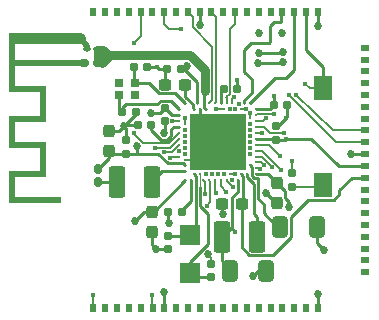
<source format=gbr>
%TF.GenerationSoftware,KiCad,Pcbnew,(5.99.0-9634-gb691c18bfc)*%
%TF.CreationDate,2021-03-09T19:13:23+01:00*%
%TF.ProjectId,nRF52840Breakout,6e524635-3238-4343-9042-7265616b6f75,rev?*%
%TF.SameCoordinates,Original*%
%TF.FileFunction,Copper,L1,Top*%
%TF.FilePolarity,Positive*%
%FSLAX46Y46*%
G04 Gerber Fmt 4.6, Leading zero omitted, Abs format (unit mm)*
G04 Created by KiCad (PCBNEW (5.99.0-9634-gb691c18bfc)) date 2021-03-09 19:13:23*
%MOMM*%
%LPD*%
G01*
G04 APERTURE LIST*
G04 Aperture macros list*
%AMRoundRect*
0 Rectangle with rounded corners*
0 $1 Rounding radius*
0 $2 $3 $4 $5 $6 $7 $8 $9 X,Y pos of 4 corners*
0 Add a 4 corners polygon primitive as box body*
4,1,4,$2,$3,$4,$5,$6,$7,$8,$9,$2,$3,0*
0 Add four circle primitives for the rounded corners*
1,1,$1+$1,$2,$3*
1,1,$1+$1,$4,$5*
1,1,$1+$1,$6,$7*
1,1,$1+$1,$8,$9*
0 Add four rect primitives between the rounded corners*
20,1,$1+$1,$2,$3,$4,$5,0*
20,1,$1+$1,$4,$5,$6,$7,0*
20,1,$1+$1,$6,$7,$8,$9,0*
20,1,$1+$1,$8,$9,$2,$3,0*%
G04 Aperture macros list end*
%TA.AperFunction,SMDPad,CuDef*%
%ADD10RoundRect,0.155000X-0.155000X0.212500X-0.155000X-0.212500X0.155000X-0.212500X0.155000X0.212500X0*%
%TD*%
%TA.AperFunction,ComponentPad*%
%ADD11R,0.600000X0.800000*%
%TD*%
%TA.AperFunction,ComponentPad*%
%ADD12R,0.800000X0.600000*%
%TD*%
%TA.AperFunction,SMDPad,CuDef*%
%ADD13RoundRect,0.155000X0.212500X0.155000X-0.212500X0.155000X-0.212500X-0.155000X0.212500X-0.155000X0*%
%TD*%
%TA.AperFunction,SMDPad,CuDef*%
%ADD14RoundRect,0.237500X0.237500X-0.300000X0.237500X0.300000X-0.237500X0.300000X-0.237500X-0.300000X0*%
%TD*%
%TA.AperFunction,ConnectorPad*%
%ADD15R,0.500000X0.500000*%
%TD*%
%TA.AperFunction,ComponentPad*%
%ADD16R,0.500000X0.900000*%
%TD*%
%TA.AperFunction,SMDPad,CuDef*%
%ADD17R,1.500000X2.000000*%
%TD*%
%TA.AperFunction,SMDPad,CuDef*%
%ADD18RoundRect,0.160000X-0.160000X0.197500X-0.160000X-0.197500X0.160000X-0.197500X0.160000X0.197500X0*%
%TD*%
%TA.AperFunction,SMDPad,CuDef*%
%ADD19RoundRect,0.160000X-0.222500X-0.160000X0.222500X-0.160000X0.222500X0.160000X-0.222500X0.160000X0*%
%TD*%
%TA.AperFunction,SMDPad,CuDef*%
%ADD20R,0.750000X0.700000*%
%TD*%
%TA.AperFunction,SMDPad,CuDef*%
%ADD21RoundRect,0.250001X0.462499X1.074999X-0.462499X1.074999X-0.462499X-1.074999X0.462499X-1.074999X0*%
%TD*%
%TA.AperFunction,SMDPad,CuDef*%
%ADD22RoundRect,0.250000X-0.412500X-0.650000X0.412500X-0.650000X0.412500X0.650000X-0.412500X0.650000X0*%
%TD*%
%TA.AperFunction,SMDPad,CuDef*%
%ADD23RoundRect,0.155000X0.155000X-0.212500X0.155000X0.212500X-0.155000X0.212500X-0.155000X-0.212500X0*%
%TD*%
%TA.AperFunction,SMDPad,CuDef*%
%ADD24RoundRect,0.250000X0.412500X0.650000X-0.412500X0.650000X-0.412500X-0.650000X0.412500X-0.650000X0*%
%TD*%
%TA.AperFunction,SMDPad,CuDef*%
%ADD25RoundRect,0.160000X0.160000X-0.222500X0.160000X0.222500X-0.160000X0.222500X-0.160000X-0.222500X0*%
%TD*%
%TA.AperFunction,SMDPad,CuDef*%
%ADD26RoundRect,0.237500X-0.237500X0.300000X-0.237500X-0.300000X0.237500X-0.300000X0.237500X0.300000X0*%
%TD*%
%TA.AperFunction,SMDPad,CuDef*%
%ADD27RoundRect,0.155000X-0.212500X-0.155000X0.212500X-0.155000X0.212500X0.155000X-0.212500X0.155000X0*%
%TD*%
%TA.AperFunction,SMDPad,CuDef*%
%ADD28R,1.800000X1.750000*%
%TD*%
%TA.AperFunction,SMDPad,CuDef*%
%ADD29C,0.250000*%
%TD*%
%TA.AperFunction,SMDPad,CuDef*%
%ADD30R,4.850000X4.850000*%
%TD*%
%TA.AperFunction,SMDPad,CuDef*%
%ADD31RoundRect,0.100000X0.217500X0.100000X-0.217500X0.100000X-0.217500X-0.100000X0.217500X-0.100000X0*%
%TD*%
%TA.AperFunction,SMDPad,CuDef*%
%ADD32RoundRect,0.237500X-0.300000X-0.237500X0.300000X-0.237500X0.300000X0.237500X-0.300000X0.237500X0*%
%TD*%
%TA.AperFunction,SMDPad,CuDef*%
%ADD33RoundRect,0.237500X0.300000X0.237500X-0.300000X0.237500X-0.300000X-0.237500X0.300000X-0.237500X0*%
%TD*%
%TA.AperFunction,ViaPad*%
%ADD34C,0.685800*%
%TD*%
%TA.AperFunction,ViaPad*%
%ADD35C,0.400000*%
%TD*%
%TA.AperFunction,Conductor*%
%ADD36C,0.508000*%
%TD*%
%TA.AperFunction,Conductor*%
%ADD37C,0.254000*%
%TD*%
%TA.AperFunction,Conductor*%
%ADD38C,0.127000*%
%TD*%
%TA.AperFunction,Conductor*%
%ADD39C,0.900000*%
%TD*%
%TA.AperFunction,Conductor*%
%ADD40C,0.762000*%
%TD*%
%TA.AperFunction,Conductor*%
%ADD41C,0.100000*%
%TD*%
G04 APERTURE END LIST*
%TO.C,AE1*%
G36*
X23200000Y-18810000D02*
G01*
X18300000Y-18810000D01*
X18300000Y-20210000D01*
X23200000Y-20210000D01*
X23200000Y-20710000D01*
X18300000Y-20710000D01*
X18300000Y-22410000D01*
X20940000Y-22410000D01*
X20940000Y-25410000D01*
X18300000Y-25410000D01*
X18300000Y-27110000D01*
X20940000Y-27110000D01*
X20940000Y-30110000D01*
X18300000Y-30110000D01*
X18300000Y-31810000D01*
X22240000Y-31810000D01*
X22240000Y-32310000D01*
X17800000Y-32310000D01*
X17800000Y-29610000D01*
X20440000Y-29610000D01*
X20440000Y-27610000D01*
X17800000Y-27610000D01*
X17800000Y-24910000D01*
X20440000Y-24910000D01*
X20440000Y-22910000D01*
X17800000Y-22910000D01*
X17800000Y-18352733D01*
X22802018Y-18352733D01*
X22808592Y-18402318D01*
X22828687Y-18447628D01*
X22861357Y-18482888D01*
X22893583Y-18499782D01*
X22941842Y-18508222D01*
X22991368Y-18501691D01*
X23036553Y-18481132D01*
X23071787Y-18447489D01*
X23082400Y-18428878D01*
X23095300Y-18383363D01*
X23096043Y-18334844D01*
X23083935Y-18292181D01*
X23079581Y-18284269D01*
X23046797Y-18246326D01*
X23004395Y-18222258D01*
X22956785Y-18212417D01*
X22908378Y-18217153D01*
X22863584Y-18236815D01*
X22826814Y-18271755D01*
X22809908Y-18304647D01*
X22802018Y-18352733D01*
X17800000Y-18352733D01*
X17800000Y-17910000D01*
X23200000Y-17910000D01*
X23200000Y-18810000D01*
G37*
%TD*%
D10*
%TO.P,C12,1*%
%TO.N,VDD*%
X30980000Y-24255000D03*
%TO.P,C12,2*%
%TO.N,GND*%
X30980000Y-25390000D03*
%TD*%
D11*
%TO.P,J2,1,Pin_1*%
%TO.N,Net-(J2-Pad1)*%
X24940000Y-16150000D03*
%TO.P,J2,2,Pin_2*%
%TO.N,Net-(J2-Pad2)*%
X25940000Y-16150000D03*
%TO.P,J2,3,Pin_3*%
%TO.N,Net-(J2-Pad3)*%
X26940000Y-16150000D03*
%TO.P,J2,4,Pin_4*%
%TO.N,Net-(J2-Pad4)*%
X27940000Y-16150000D03*
%TO.P,J2,5,Pin_5*%
%TO.N,Net-(J2-Pad5)*%
X28940000Y-16150000D03*
%TO.P,J2,6,Pin_6*%
%TO.N,Net-(J2-Pad6)*%
X29940000Y-16150000D03*
%TO.P,J2,7,Pin_7*%
%TO.N,Net-(J2-Pad7)*%
X30940000Y-16150000D03*
%TO.P,J2,8,Pin_8*%
%TO.N,Net-(J2-Pad8)*%
X31940000Y-16150000D03*
%TO.P,J2,9,Pin_9*%
%TO.N,Net-(J2-Pad9)*%
X32940000Y-16150000D03*
%TO.P,J2,10,Pin_10*%
%TO.N,GND*%
X33940000Y-16150000D03*
%TO.P,J2,11,Pin_11*%
%TO.N,Net-(J2-Pad11)*%
X34940000Y-16150000D03*
%TO.P,J2,12,Pin_12*%
%TO.N,Net-(J2-Pad12)*%
X35940000Y-16150000D03*
%TO.P,J2,13,Pin_13*%
%TO.N,Net-(J2-Pad13)*%
X36940000Y-16150000D03*
%TO.P,J2,14,Pin_14*%
%TO.N,Net-(J2-Pad14)*%
X37940000Y-16150000D03*
%TO.P,J2,15,Pin_15*%
%TO.N,Net-(J2-Pad15)*%
X38940000Y-16150000D03*
%TO.P,J2,16,Pin_16*%
%TO.N,Net-(J2-Pad16)*%
X39940000Y-16150000D03*
%TO.P,J2,17,Pin_17*%
%TO.N,SWDCLK*%
X40940000Y-16150000D03*
%TO.P,J2,18,Pin_18*%
%TO.N,SWDIO*%
X41940000Y-16150000D03*
%TO.P,J2,19,Pin_19*%
%TO.N,RST*%
X42940000Y-16150000D03*
%TO.P,J2,20,Pin_20*%
%TO.N,GND*%
X43940000Y-16150000D03*
%TD*%
D12*
%TO.P,J3,1,Pin_1*%
%TO.N,Net-(J3-Pad1)*%
X47940000Y-19160000D03*
%TO.P,J3,2,Pin_2*%
%TO.N,Net-(J3-Pad2)*%
X47940000Y-20160000D03*
%TO.P,J3,3,Pin_3*%
%TO.N,Net-(J3-Pad3)*%
X47940000Y-21160000D03*
%TO.P,J3,4,Pin_4*%
%TO.N,Net-(J3-Pad4)*%
X47940000Y-22160000D03*
%TO.P,J3,5,Pin_5*%
%TO.N,Net-(J3-Pad5)*%
X47940000Y-23160000D03*
%TO.P,J3,6,Pin_6*%
%TO.N,Net-(J3-Pad6)*%
X47940000Y-24160000D03*
%TO.P,J3,7,Pin_7*%
%TO.N,Net-(J3-Pad7)*%
X47940000Y-25160000D03*
%TO.P,J3,8,Pin_8*%
%TO.N,Net-(J3-Pad8)*%
X47940000Y-26160000D03*
%TO.P,J3,9,Pin_9*%
%TO.N,Net-(J3-Pad9)*%
X47940000Y-27160000D03*
%TO.P,J3,10,Pin_10*%
%TO.N,GND*%
X47940000Y-28160000D03*
%TO.P,J3,11,Pin_11*%
%TO.N,VDD*%
X47940000Y-29160000D03*
%TO.P,J3,12,Pin_12*%
%TO.N,VDDH*%
X47940000Y-30160000D03*
%TO.P,J3,13,Pin_13*%
%TO.N,Net-(J3-Pad13)*%
X47940000Y-31160000D03*
%TO.P,J3,14,Pin_14*%
%TO.N,Net-(J3-Pad14)*%
X47940000Y-32160000D03*
%TO.P,J3,15,Pin_15*%
%TO.N,Net-(J3-Pad15)*%
X47940000Y-33160000D03*
%TO.P,J3,16,Pin_16*%
%TO.N,Net-(J3-Pad16)*%
X47940000Y-34160000D03*
%TO.P,J3,17,Pin_17*%
%TO.N,Net-(J3-Pad17)*%
X47940000Y-35160000D03*
%TO.P,J3,18,Pin_18*%
%TO.N,Net-(J3-Pad18)*%
X47940000Y-36160000D03*
%TO.P,J3,19,Pin_19*%
%TO.N,USB_D+*%
X47940000Y-37160000D03*
%TO.P,J3,20,Pin_20*%
%TO.N,USB_D-*%
X47940000Y-38160000D03*
%TD*%
D13*
%TO.P,C10,1*%
%TO.N,DEC4_6*%
X32347500Y-20930000D03*
%TO.P,C10,2*%
%TO.N,GND*%
X31212500Y-20930000D03*
%TD*%
D14*
%TO.P,C21,1*%
%TO.N,GND*%
X40470000Y-32302500D03*
%TO.P,C21,2*%
%TO.N,VBUS*%
X40470000Y-30577500D03*
%TD*%
D15*
%TO.P,AE1,1,A*%
%TO.N,Net-(AE1-Pad1)*%
X22950000Y-20460000D03*
D16*
%TO.P,AE1,2*%
%TO.N,N/C*%
X22950000Y-18360000D03*
%TD*%
D17*
%TO.P,SW1,1,1*%
%TO.N,Net-(R1-Pad2)*%
X44350000Y-30790000D03*
%TO.P,SW1,2,2*%
%TO.N,RST*%
X44350000Y-22590000D03*
%TD*%
D18*
%TO.P,R1,1*%
%TO.N,GND*%
X41750000Y-29762500D03*
%TO.P,R1,2*%
%TO.N,Net-(R1-Pad2)*%
X41750000Y-30957500D03*
%TD*%
D19*
%TO.P,L1,1*%
%TO.N,Net-(AE1-Pad1)*%
X24167500Y-20460000D03*
%TO.P,L1,2*%
%TO.N,Net-(C3-Pad1)*%
X25312500Y-20460000D03*
%TD*%
D20*
%TO.P,X1,1,1*%
%TO.N,Net-(C1-Pad2)*%
X28450000Y-22160000D03*
%TO.P,X1,2*%
%TO.N,N/C*%
X27100000Y-22160000D03*
%TO.P,X1,3,3*%
%TO.N,Net-(C2-Pad2)*%
X27100000Y-23160000D03*
%TO.P,X1,4*%
%TO.N,N/C*%
X28450000Y-23160000D03*
%TD*%
D21*
%TO.P,L2,1*%
%TO.N,DCC*%
X29877500Y-30490000D03*
%TO.P,L2,2*%
%TO.N,Net-(L2-Pad2)*%
X26902500Y-30490000D03*
%TD*%
D22*
%TO.P,C6,1*%
%TO.N,VDD*%
X36467500Y-38050000D03*
%TO.P,C6,2*%
%TO.N,GND*%
X39592500Y-38050000D03*
%TD*%
D23*
%TO.P,C7,1*%
%TO.N,VDD*%
X40370000Y-26937500D03*
%TO.P,C7,2*%
%TO.N,GND*%
X40370000Y-25802500D03*
%TD*%
D24*
%TO.P,C20,1*%
%TO.N,GND*%
X43872500Y-34330000D03*
%TO.P,C20,2*%
%TO.N,Net-(C20-Pad2)*%
X40747500Y-34330000D03*
%TD*%
D13*
%TO.P,C1,1*%
%TO.N,GND*%
X29517500Y-20760000D03*
%TO.P,C1,2*%
%TO.N,Net-(C1-Pad2)*%
X28382500Y-20760000D03*
%TD*%
D21*
%TO.P,L4,1*%
%TO.N,Net-(L4-Pad1)*%
X38807500Y-35140000D03*
%TO.P,L4,2*%
%TO.N,VDD*%
X35832500Y-35140000D03*
%TD*%
D25*
%TO.P,L3,1*%
%TO.N,Net-(L2-Pad2)*%
X25300000Y-30550000D03*
%TO.P,L3,2*%
%TO.N,DEC4_6*%
X25300000Y-29405000D03*
%TD*%
D14*
%TO.P,C15,1*%
%TO.N,DEC4_6*%
X26240000Y-27902500D03*
%TO.P,C15,2*%
%TO.N,GND*%
X26240000Y-26177500D03*
%TD*%
D23*
%TO.P,C16,1*%
%TO.N,DEC4_6*%
X27710000Y-28120000D03*
%TO.P,C16,2*%
%TO.N,GND*%
X27710000Y-26985000D03*
%TD*%
D26*
%TO.P,C14,1*%
%TO.N,VDD*%
X29940000Y-33057500D03*
%TO.P,C14,2*%
%TO.N,GND*%
X29940000Y-34782500D03*
%TD*%
D27*
%TO.P,C9,1*%
%TO.N,Net-(C9-Pad1)*%
X36002500Y-22650000D03*
%TO.P,C9,2*%
%TO.N,GND*%
X37137500Y-22650000D03*
%TD*%
D11*
%TO.P,J1,1,Pin_1*%
%TO.N,GND*%
X24950000Y-41160000D03*
%TO.P,J1,2,Pin_2*%
%TO.N,Net-(J1-Pad2)*%
X25950000Y-41160000D03*
%TO.P,J1,3,Pin_3*%
%TO.N,Net-(J1-Pad3)*%
X26950000Y-41160000D03*
%TO.P,J1,4,Pin_4*%
%TO.N,Net-(J1-Pad4)*%
X27950000Y-41160000D03*
%TO.P,J1,5,Pin_5*%
%TO.N,Net-(J1-Pad5)*%
X28950000Y-41160000D03*
%TO.P,J1,6,Pin_6*%
%TO.N,GND*%
X29950000Y-41160000D03*
%TO.P,J1,7,Pin_7*%
%TO.N,VDD*%
X30950000Y-41160000D03*
%TO.P,J1,8,Pin_8*%
%TO.N,Net-(J1-Pad8)*%
X31950000Y-41160000D03*
%TO.P,J1,9,Pin_9*%
%TO.N,Net-(J1-Pad9)*%
X32950000Y-41160000D03*
%TO.P,J1,10,Pin_10*%
%TO.N,Net-(J1-Pad10)*%
X33950000Y-41160000D03*
%TO.P,J1,11,Pin_11*%
%TO.N,Net-(J1-Pad11)*%
X34950000Y-41160000D03*
%TO.P,J1,12,Pin_12*%
%TO.N,Net-(J1-Pad12)*%
X35950000Y-41160000D03*
%TO.P,J1,13,Pin_13*%
%TO.N,Net-(J1-Pad13)*%
X36950000Y-41160000D03*
%TO.P,J1,14,Pin_14*%
%TO.N,Net-(J1-Pad14)*%
X37950000Y-41160000D03*
%TO.P,J1,15,Pin_15*%
%TO.N,Net-(J1-Pad15)*%
X38950000Y-41160000D03*
%TO.P,J1,16,Pin_16*%
%TO.N,Net-(J1-Pad16)*%
X39950000Y-41160000D03*
%TO.P,J1,17,Pin_17*%
%TO.N,Net-(J1-Pad17)*%
X40950000Y-41160000D03*
%TO.P,J1,18,Pin_18*%
%TO.N,Net-(J1-Pad18)*%
X41950000Y-41160000D03*
%TO.P,J1,19,Pin_19*%
%TO.N,VBUS*%
X42950000Y-41160000D03*
%TO.P,J1,20,Pin_20*%
%TO.N,GND*%
X43950000Y-41160000D03*
%TD*%
D28*
%TO.P,X2,1,1*%
%TO.N,Net-(C18-Pad2)*%
X33100000Y-38265000D03*
%TO.P,X2,2,2*%
%TO.N,Net-(C17-Pad2)*%
X33100000Y-35015000D03*
%TD*%
D29*
%TO.P,U1,A8,AIN7/P0.31*%
%TO.N,Net-(J1-Pad2)*%
X32220000Y-28370000D03*
%TO.P,U1,A10,AIN5/P0.29*%
%TO.N,Net-(J1-Pad4)*%
X32220000Y-27870000D03*
%TO.P,U1,A12,AIN0/P0.02*%
%TO.N,Net-(J1-Pad3)*%
X32220000Y-27370000D03*
%TO.P,U1,A14,P1.15*%
%TO.N,Net-(J2-Pad3)*%
X32220000Y-26870000D03*
%TO.P,U1,A16,P1.13*%
%TO.N,Net-(J2-Pad5)*%
X32220000Y-26370000D03*
%TO.P,U1,A18,DEC2*%
%TO.N,Net-(C13-Pad1)*%
X32220000Y-25870000D03*
%TO.P,U1,A20,P1.10*%
%TO.N,Net-(J2-Pad8)*%
X32220000Y-25370000D03*
%TO.P,U1,A22,VDD*%
%TO.N,VDD*%
X32220000Y-24870000D03*
%TO.P,U1,A23,XC2*%
%TO.N,Net-(C2-Pad2)*%
X32220000Y-24370000D03*
%TO.P,U1,AA24,SWDCLK*%
%TO.N,SWDCLK*%
X37720000Y-23870000D03*
%TO.P,U1,AB2,DCCH*%
%TO.N,Net-(L4-Pad1)*%
X37970000Y-29870000D03*
%TO.P,U1,AC5,DECUSB*%
%TO.N,Net-(C20-Pad2)*%
X38220000Y-29120000D03*
%TO.P,U1,AC9,P0.14*%
%TO.N,Net-(J3-Pad17)*%
X38220000Y-28120000D03*
%TO.P,U1,AC11,P0.16*%
%TO.N,Net-(J3-Pad15)*%
X38220000Y-27620000D03*
%TO.P,U1,AC13,P0.18/~RESET*%
%TO.N,RST*%
X38220000Y-27120000D03*
%TO.P,U1,AC15,P0.19*%
%TO.N,Net-(J3-Pad13)*%
X38220000Y-26620000D03*
%TO.P,U1,AC17,P0.21*%
%TO.N,Net-(J3-Pad6)*%
X38220000Y-26120000D03*
%TO.P,U1,AC19,P0.23*%
%TO.N,Net-(J3-Pad4)*%
X38220000Y-25620000D03*
%TO.P,U1,AC21,P0.25*%
%TO.N,Net-(J3-Pad2)*%
X38220000Y-25120000D03*
%TO.P,U1,AC24,SWDIO*%
%TO.N,SWDIO*%
X38220000Y-23870000D03*
%TO.P,U1,AD2,VBUS*%
%TO.N,VBUS*%
X38720000Y-29870000D03*
%TO.P,U1,AD4,D-*%
%TO.N,USB_D-*%
X38720000Y-29370000D03*
%TO.P,U1,AD6,D+*%
%TO.N,USB_D+*%
X38720000Y-28870000D03*
%TO.P,U1,AD8,P0.13*%
%TO.N,Net-(J3-Pad18)*%
X38720000Y-28370000D03*
%TO.P,U1,AD10,P0.15*%
%TO.N,Net-(J3-Pad16)*%
X38720000Y-27870000D03*
%TO.P,U1,AD12,P0.17*%
%TO.N,Net-(J3-Pad14)*%
X38720000Y-27370000D03*
%TO.P,U1,AD14,VDD*%
%TO.N,VDD*%
X38720000Y-26870000D03*
%TO.P,U1,AD16,P0.20*%
%TO.N,Net-(J3-Pad7)*%
X38720000Y-26370000D03*
%TO.P,U1,AD18,P0.22*%
%TO.N,Net-(J3-Pad5)*%
X38720000Y-25870000D03*
%TO.P,U1,AD20,P0.24*%
%TO.N,Net-(J3-Pad3)*%
X38720000Y-25370000D03*
%TO.P,U1,AD22,TRACEDATA0/P1.00*%
%TO.N,Net-(J3-Pad1)*%
X38720000Y-24870000D03*
%TO.P,U1,AD23,VDD*%
%TO.N,VDD*%
X38720000Y-24370000D03*
%TO.P,U1,B1,VDD*%
X32720000Y-30370000D03*
%TO.P,U1,B3,DCC*%
%TO.N,DCC*%
X32720000Y-29620000D03*
%TO.P,U1,B5,DEC4*%
%TO.N,DEC4_6*%
X32720000Y-29120000D03*
%TO.P,U1,B7,VSS*%
%TO.N,GND*%
X32720000Y-28620000D03*
%TO.P,U1,B9,AIN6/P0.30*%
%TO.N,Net-(J1-Pad5)*%
X32720000Y-28120000D03*
%TO.P,U1,B11,AIN4/P0.28*%
%TO.N,Net-(J2-Pad1)*%
X32720000Y-27620000D03*
%TO.P,U1,B13,AIN1/P0.03*%
%TO.N,Net-(J2-Pad2)*%
X32720000Y-27120000D03*
%TO.P,U1,B15,P1.14*%
%TO.N,Net-(J2-Pad4)*%
X32720000Y-26620000D03*
%TO.P,U1,B17,P1.12*%
%TO.N,Net-(J2-Pad6)*%
X32720000Y-26120000D03*
%TO.P,U1,B19,P1.11*%
%TO.N,Net-(J2-Pad7)*%
X32720000Y-25620000D03*
%TO.P,U1,B24,XC1*%
%TO.N,Net-(C1-Pad2)*%
X32720000Y-23870000D03*
%TO.P,U1,C1,DEC1*%
%TO.N,Net-(C5-Pad1)*%
X33220000Y-30370000D03*
%TO.P,U1,D2,XL1/P0.00*%
%TO.N,Net-(C17-Pad2)*%
X33470000Y-29870000D03*
%TO.P,U1,D23,DEC3*%
%TO.N,Net-(C11-Pad1)*%
X33470000Y-24370000D03*
%TO.P,U1,E24,DEC6*%
%TO.N,DEC4_6*%
X33720000Y-23870000D03*
D30*
%TO.P,U1,EP,VSS*%
%TO.N,GND*%
X35470000Y-27120000D03*
D29*
%TO.P,U1,F2,XL2/P0.01*%
%TO.N,Net-(C18-Pad2)*%
X33970000Y-29870000D03*
%TO.P,U1,F23,VSS_PA*%
%TO.N,GND*%
X33970000Y-24370000D03*
%TO.P,U1,G1,P0.26*%
%TO.N,Net-(J1-Pad8)*%
X34220000Y-30370000D03*
%TO.P,U1,H2,P0.27*%
%TO.N,Net-(J1-Pad9)*%
X34470000Y-29870000D03*
%TO.P,U1,H23,ANT*%
%TO.N,Net-(C3-Pad1)*%
X34470000Y-24370000D03*
%TO.P,U1,J1,AIN2/P0.04*%
%TO.N,Net-(J1-Pad10)*%
X34720000Y-30370000D03*
%TO.P,U1,J24,NFC2/P0.10*%
%TO.N,Net-(J2-Pad9)*%
X34720000Y-23870000D03*
%TO.P,U1,K2,AIN3/P0.05*%
%TO.N,Net-(J1-Pad11)*%
X34970000Y-29870000D03*
%TO.P,U1,L1,P0.06*%
%TO.N,Net-(J1-Pad12)*%
X35220000Y-30370000D03*
%TO.P,U1,L24,NFC1/P0.09*%
%TO.N,Net-(J2-Pad11)*%
X35220000Y-23870000D03*
%TO.P,U1,M2,TRACECLK/P0.07*%
%TO.N,Net-(J1-Pad13)*%
X35470000Y-29870000D03*
%TO.P,U1,N1,P0.08*%
%TO.N,Net-(J1-Pad14)*%
X35720000Y-30370000D03*
%TO.P,U1,N24,DEC5*%
%TO.N,Net-(C9-Pad1)*%
X35720000Y-23870000D03*
%TO.P,U1,P2,P1.08*%
%TO.N,Net-(J1-Pad15)*%
X35970000Y-29870000D03*
%TO.P,U1,P23,P1.07*%
%TO.N,Net-(J2-Pad12)*%
X35970000Y-24370000D03*
%TO.P,U1,R1,TRACEDATA3/P1.09*%
%TO.N,Net-(J1-Pad16)*%
X36220000Y-30370000D03*
%TO.P,U1,R24,P1.06*%
%TO.N,Net-(J2-Pad13)*%
X36220000Y-23870000D03*
%TO.P,U1,T2,TRACEDATA2/P0.11*%
%TO.N,Net-(J1-Pad18)*%
X36470000Y-29870000D03*
%TO.P,U1,T23,P1.05*%
%TO.N,Net-(J2-Pad14)*%
X36470000Y-24370000D03*
%TO.P,U1,U1,TRACEDATA1/P0.12*%
%TO.N,Net-(J1-Pad17)*%
X36720000Y-30370000D03*
%TO.P,U1,U24,P1.04*%
%TO.N,Net-(J2-Pad15)*%
X36720000Y-23870000D03*
%TO.P,U1,V23,P1.03*%
%TO.N,Net-(J2-Pad16)*%
X36970000Y-24370000D03*
%TO.P,U1,W1,VDD*%
%TO.N,VDD*%
X37220000Y-30370000D03*
%TO.P,U1,W24,P1.02*%
%TO.N,Net-(J3-Pad8)*%
X37220000Y-23870000D03*
%TO.P,U1,Y2,VDDH*%
%TO.N,VDDH*%
X37470000Y-29870000D03*
%TO.P,U1,Y23,P1.01*%
%TO.N,Net-(J3-Pad9)*%
X37470000Y-24370000D03*
%TD*%
D31*
%TO.P,C3,1*%
%TO.N,Net-(C3-Pad1)*%
X25247500Y-19300000D03*
%TO.P,C3,2*%
%TO.N,GND*%
X24432500Y-19300000D03*
%TD*%
D32*
%TO.P,C19,1*%
%TO.N,GND*%
X35797500Y-32380000D03*
%TO.P,C19,2*%
%TO.N,VDDH*%
X37522500Y-32380000D03*
%TD*%
D13*
%TO.P,C5,1*%
%TO.N,Net-(C5-Pad1)*%
X32415000Y-33080000D03*
%TO.P,C5,2*%
%TO.N,GND*%
X31280000Y-33080000D03*
%TD*%
%TO.P,C2,1*%
%TO.N,GND*%
X28517500Y-24560000D03*
%TO.P,C2,2*%
%TO.N,Net-(C2-Pad2)*%
X27382500Y-24560000D03*
%TD*%
D33*
%TO.P,C11,1*%
%TO.N,Net-(C11-Pad1)*%
X32702500Y-22280000D03*
%TO.P,C11,2*%
%TO.N,GND*%
X30977500Y-22280000D03*
%TD*%
D10*
%TO.P,C18,1*%
%TO.N,GND*%
X34920000Y-37422500D03*
%TO.P,C18,2*%
%TO.N,Net-(C18-Pad2)*%
X34920000Y-38557500D03*
%TD*%
D13*
%TO.P,C13,1*%
%TO.N,Net-(C13-Pad1)*%
X29850000Y-25660000D03*
%TO.P,C13,2*%
%TO.N,GND*%
X28715000Y-25660000D03*
%TD*%
D27*
%TO.P,C8,1*%
%TO.N,VDD*%
X40242500Y-24020000D03*
%TO.P,C8,2*%
%TO.N,GND*%
X41377500Y-24020000D03*
%TD*%
D23*
%TO.P,C17,1*%
%TO.N,GND*%
X31300000Y-36227500D03*
%TO.P,C17,2*%
%TO.N,Net-(C17-Pad2)*%
X31300000Y-35092500D03*
%TD*%
D34*
%TO.N,GND*%
X37350000Y-26560000D03*
X30250000Y-36160000D03*
X34850000Y-28760000D03*
D35*
X37070000Y-21850000D03*
D34*
X36150000Y-27660000D03*
X33650000Y-25460000D03*
X35889831Y-33260000D03*
X43960000Y-17340000D03*
X34850000Y-27660000D03*
X36150000Y-28760000D03*
X46720000Y-28180000D03*
X34850000Y-25460000D03*
D35*
X29940000Y-40060000D03*
D34*
X33650000Y-28760000D03*
X23800000Y-18360000D03*
X31377500Y-33960000D03*
D35*
X24940000Y-40090000D03*
X41750000Y-28740000D03*
D34*
X44430000Y-36280000D03*
X39550000Y-31470000D03*
X33950000Y-17220000D03*
X34850000Y-26560000D03*
X27550000Y-25760000D03*
X36150000Y-26560000D03*
X37350000Y-28760000D03*
X30950000Y-26360000D03*
X33650000Y-27660000D03*
X38436400Y-38520000D03*
D35*
X30350000Y-20810000D03*
D34*
X33650000Y-26560000D03*
X36150000Y-25460000D03*
X37350000Y-25460000D03*
X34650000Y-36660000D03*
X37350000Y-27660000D03*
X43940000Y-40000000D03*
D35*
X41280000Y-25070000D03*
D34*
%TO.N,VDD*%
X38920000Y-20440000D03*
X30950000Y-39860000D03*
X40980000Y-19530000D03*
X40970000Y-20380000D03*
D35*
X40230000Y-23220000D03*
D34*
X40940000Y-17910000D03*
X28450000Y-33860000D03*
X29850000Y-24660000D03*
D35*
X41240000Y-26920000D03*
D34*
X38950000Y-17910000D03*
X38970000Y-19580000D03*
D35*
X36970000Y-34750000D03*
D34*
%TO.N,DEC4_6*%
X28640000Y-27490000D03*
X32860000Y-20710000D03*
D35*
%TO.N,Net-(J1-Pad3)*%
X30920000Y-27990000D03*
%TO.N,Net-(J1-Pad5)*%
X32720000Y-28120000D03*
%TO.N,USB_D-*%
X39031113Y-29436263D03*
%TO.N,USB_D+*%
X39410000Y-29110000D03*
%TO.N,RST*%
X38220000Y-27120009D03*
X42880000Y-22190000D03*
%TO.N,Net-(J1-Pad8)*%
X34377000Y-31510000D03*
%TO.N,Net-(J1-Pad9)*%
X34470000Y-29870000D03*
%TO.N,Net-(J1-Pad10)*%
X34528969Y-32535099D03*
%TO.N,Net-(J1-Pad11)*%
X34969550Y-29848743D03*
%TO.N,Net-(J1-Pad12)*%
X35333050Y-31470000D03*
%TO.N,Net-(J1-Pad13)*%
X35470000Y-29870000D03*
%TO.N,Net-(J1-Pad14)*%
X36130000Y-31380000D03*
%TO.N,Net-(J1-Pad15)*%
X35970003Y-29870000D03*
%TO.N,Net-(J1-Pad16)*%
X36743387Y-30946139D03*
%TO.N,Net-(J2-Pad4)*%
X32720000Y-26619991D03*
%TO.N,Net-(J2-Pad3)*%
X30160000Y-27630000D03*
%TO.N,Net-(J2-Pad2)*%
X32720000Y-27119994D03*
%TO.N,Net-(J2-Pad1)*%
X32720000Y-27619997D03*
%TO.N,Net-(J1-Pad2)*%
X31456935Y-28510980D03*
%TO.N,Net-(J1-Pad17)*%
X36720000Y-30370000D03*
%TO.N,Net-(J1-Pad18)*%
X36950000Y-29870000D03*
%TO.N,Net-(J1-Pad4)*%
X32220000Y-27870000D03*
%TO.N,Net-(J2-Pad5)*%
X28406411Y-18735000D03*
X28400000Y-26380000D03*
%TO.N,Net-(J2-Pad6)*%
X32720000Y-26119988D03*
%TO.N,Net-(J2-Pad7)*%
X32400000Y-17600000D03*
X32670000Y-25110000D03*
%TO.N,Net-(J2-Pad8)*%
X31620000Y-25370000D03*
%TO.N,Net-(J2-Pad12)*%
X35320000Y-24380000D03*
%TO.N,Net-(J2-Pad14)*%
X36470000Y-24370000D03*
%TO.N,Net-(J2-Pad15)*%
X36833500Y-23320000D03*
%TO.N,Net-(J2-Pad16)*%
X36970000Y-24370000D03*
%TO.N,Net-(J3-Pad1)*%
X40260000Y-24740000D03*
%TO.N,Net-(J3-Pad2)*%
X38238380Y-24694902D03*
D34*
%TO.N,VBUS*%
X41510000Y-32620000D03*
D35*
%TO.N,Net-(J3-Pad3)*%
X39580718Y-25112782D03*
%TO.N,Net-(J3-Pad4)*%
X38220000Y-25620000D03*
%TO.N,Net-(J3-Pad5)*%
X41110000Y-26360000D03*
%TO.N,Net-(J3-Pad6)*%
X38220000Y-26120003D03*
%TO.N,Net-(J3-Pad7)*%
X39250000Y-26380000D03*
%TO.N,Net-(J3-Pad8)*%
X37276459Y-23929106D03*
X42120000Y-23150000D03*
%TO.N,Net-(J3-Pad9)*%
X41520000Y-23190000D03*
X37850000Y-24380000D03*
%TO.N,Net-(J3-Pad13)*%
X38220000Y-26620006D03*
%TO.N,Net-(J3-Pad14)*%
X40780000Y-28313500D03*
%TO.N,Net-(J3-Pad15)*%
X38220000Y-27620012D03*
%TO.N,Net-(J3-Pad16)*%
X40867966Y-29512034D03*
%TO.N,Net-(J3-Pad17)*%
X38220000Y-28120015D03*
%TO.N,Net-(J3-Pad18)*%
X40090932Y-29249068D03*
%TD*%
D36*
%TO.N,Net-(C3-Pad1)*%
X25892500Y-19807500D02*
X26342500Y-19807500D01*
X25247500Y-19807500D02*
X25892500Y-19807500D01*
X25892500Y-19807500D02*
X25892500Y-19880000D01*
X25892500Y-19880000D02*
X25312500Y-20460000D01*
X25247500Y-19807500D02*
X25247500Y-20395000D01*
X25247500Y-19300000D02*
X25247500Y-19807500D01*
X26342500Y-19807500D02*
X26360000Y-19790000D01*
X25247500Y-19300000D02*
X25870000Y-19300000D01*
X25870000Y-19300000D02*
X26360000Y-19790000D01*
%TO.N,Net-(AE1-Pad1)*%
X24167500Y-20460000D02*
X22950000Y-20460000D01*
D37*
%TO.N,Net-(C1-Pad2)*%
X28382500Y-20760000D02*
X28382500Y-22092500D01*
X29624886Y-22160000D02*
X30473906Y-23009020D01*
X28382500Y-22092500D02*
X28450000Y-22160000D01*
X31859020Y-23009020D02*
X32720000Y-23870000D01*
X28450000Y-22160000D02*
X29624886Y-22160000D01*
X30473906Y-23009020D02*
X31859020Y-23009020D01*
%TO.N,GND*%
X43872500Y-34330000D02*
X43872500Y-35722500D01*
X27710000Y-25920000D02*
X27550000Y-25760000D01*
X29940000Y-34782500D02*
X29940000Y-35850000D01*
D36*
X24432500Y-18992500D02*
X23800000Y-18360000D01*
D37*
X43872500Y-35722500D02*
X44430000Y-36280000D01*
X28517500Y-24792500D02*
X27550000Y-25760000D01*
X27650000Y-25660000D02*
X27550000Y-25760000D01*
D38*
X35470000Y-27220000D02*
X33650000Y-25400000D01*
D37*
X43960000Y-17340000D02*
X43960000Y-16277020D01*
X30977500Y-22280000D02*
X30977500Y-21165000D01*
X43960000Y-16277020D02*
X43940000Y-16277020D01*
D38*
X41750000Y-29762500D02*
X41750000Y-28740000D01*
D37*
X30317500Y-36227500D02*
X30250000Y-36160000D01*
X30980000Y-26330000D02*
X30950000Y-26360000D01*
D36*
X24432500Y-19300000D02*
X24432500Y-18992500D01*
D37*
X41377500Y-24972500D02*
X41280000Y-25070000D01*
D38*
X34920000Y-36930000D02*
X34650000Y-36660000D01*
D37*
X33950000Y-16277020D02*
X33940000Y-16277020D01*
X28517500Y-24560000D02*
X28517500Y-24792500D01*
X40370000Y-25802500D02*
X40547500Y-25802500D01*
X30980000Y-25390000D02*
X30980000Y-26330000D01*
X28715000Y-25660000D02*
X27650000Y-25660000D01*
D38*
X32720000Y-28620000D02*
X33510000Y-28620000D01*
D37*
X27132500Y-26177500D02*
X27550000Y-25760000D01*
D38*
X34920000Y-37422500D02*
X34920000Y-36930000D01*
D37*
X33950000Y-17220000D02*
X33950000Y-16277020D01*
X35797500Y-32380000D02*
X35797500Y-33167669D01*
X46720000Y-28180000D02*
X47953284Y-28180000D01*
X31280000Y-33080000D02*
X31280000Y-33862500D01*
D38*
X24940000Y-40090000D02*
X24940000Y-41086480D01*
D37*
X41377500Y-24020000D02*
X41377500Y-24972500D01*
D38*
X33510000Y-28620000D02*
X33650000Y-28760000D01*
D37*
X40547500Y-25802500D02*
X41280000Y-25070000D01*
X37137500Y-22650000D02*
X37137500Y-21917500D01*
D38*
X33650000Y-27700000D02*
X33650000Y-27660000D01*
D37*
X26240000Y-26177500D02*
X27132500Y-26177500D01*
D38*
X29940000Y-41096480D02*
X29950000Y-41096480D01*
D37*
X33970000Y-25620000D02*
X35470000Y-27120000D01*
X43940000Y-41022980D02*
X43950000Y-41032980D01*
X43940000Y-40000000D02*
X43940000Y-41022980D01*
X33970000Y-24370000D02*
X33970000Y-25620000D01*
X40382500Y-32302500D02*
X39550000Y-31470000D01*
X29517500Y-20760000D02*
X30300000Y-20760000D01*
D38*
X24940000Y-41086480D02*
X24950000Y-41096480D01*
D37*
X30977500Y-21165000D02*
X31212500Y-20930000D01*
X31212500Y-20930000D02*
X30470000Y-20930000D01*
D38*
X33650000Y-28800000D02*
X33650000Y-28760000D01*
D37*
X40470000Y-32302500D02*
X40382500Y-32302500D01*
D39*
X23800000Y-18360000D02*
X22950000Y-18360000D01*
D37*
X31300000Y-36227500D02*
X30317500Y-36227500D01*
X38906400Y-38050000D02*
X38436400Y-38520000D01*
X27710000Y-26985000D02*
X27710000Y-25920000D01*
X39592500Y-38050000D02*
X38906400Y-38050000D01*
X35797500Y-33167669D02*
X35889831Y-33260000D01*
D38*
X29940000Y-40060000D02*
X29940000Y-41096480D01*
D37*
X37137500Y-21917500D02*
X37070000Y-21850000D01*
D38*
X33650000Y-26600000D02*
X33650000Y-26560000D01*
X33650000Y-25500000D02*
X33650000Y-25460000D01*
D37*
X30470000Y-20930000D02*
X30350000Y-20810000D01*
X31152500Y-33862500D02*
X31250000Y-33960000D01*
X29940000Y-35850000D02*
X30250000Y-36160000D01*
X30300000Y-20760000D02*
X30350000Y-20810000D01*
%TO.N,Net-(C2-Pad2)*%
X31483480Y-23633480D02*
X32220000Y-24370000D01*
X27672500Y-23960000D02*
X30329056Y-23960000D01*
X27382500Y-24250000D02*
X27672500Y-23960000D01*
X30329056Y-23960000D02*
X30655576Y-23633480D01*
X27100000Y-23160000D02*
X27100000Y-24277500D01*
X30655576Y-23633480D02*
X31483480Y-23633480D01*
X27382500Y-24560000D02*
X27382500Y-24250000D01*
X27100000Y-24277500D02*
X27382500Y-24560000D01*
D40*
%TO.N,Net-(C3-Pad1)*%
X26360000Y-19790000D02*
X25690000Y-20460000D01*
D37*
X34345000Y-24245000D02*
X34345000Y-22865000D01*
D40*
X33030000Y-19790000D02*
X33159389Y-19790000D01*
D37*
X25690000Y-20460000D02*
X25312500Y-20460000D01*
X25247500Y-20395000D02*
X25312500Y-20460000D01*
X34470000Y-24370000D02*
X34345000Y-24245000D01*
D40*
X34400000Y-21030611D02*
X34400000Y-22810000D01*
X33030000Y-19790000D02*
X26360000Y-19790000D01*
X33159389Y-19790000D02*
X34400000Y-21030611D01*
D37*
X34345000Y-22865000D02*
X34400000Y-22810000D01*
%TO.N,Net-(C5-Pad1)*%
X33220000Y-32147500D02*
X32287500Y-33080000D01*
X33220000Y-30370000D02*
X33220000Y-32147500D01*
%TO.N,VDD*%
X29252500Y-33057500D02*
X28450000Y-33860000D01*
X40242500Y-24020000D02*
X40242500Y-23232500D01*
X41222500Y-26937500D02*
X41240000Y-26920000D01*
X35832500Y-35140000D02*
X35832500Y-37185000D01*
X36650000Y-31860000D02*
X37220000Y-31290000D01*
X37220000Y-31290000D02*
X37220000Y-30890000D01*
X30950000Y-39860000D02*
X30950000Y-41032980D01*
X32720000Y-30370000D02*
X30032500Y-33057500D01*
X38920000Y-20440000D02*
X40910000Y-20440000D01*
X30575000Y-24660000D02*
X29850000Y-24660000D01*
X41240000Y-26920000D02*
X43360000Y-26920000D01*
X43360000Y-26920000D02*
X45750000Y-29160000D01*
X40930000Y-19580000D02*
X40980000Y-19530000D01*
X30032500Y-33057500D02*
X29940000Y-33057500D01*
X38970000Y-19580000D02*
X40930000Y-19580000D01*
X38720000Y-26870000D02*
X40302500Y-26870000D01*
X36650000Y-34322500D02*
X36650000Y-34430000D01*
X40242500Y-23232500D02*
X40230000Y-23220000D01*
X40370000Y-26937500D02*
X41222500Y-26937500D01*
X36650000Y-34322500D02*
X36650000Y-31860000D01*
X39892500Y-24370000D02*
X40242500Y-24020000D01*
X36650000Y-34322500D02*
X35832500Y-35140000D01*
X29940000Y-33057500D02*
X29252500Y-33057500D01*
X40910000Y-20440000D02*
X40970000Y-20380000D01*
X37220000Y-31290000D02*
X37220000Y-30370000D01*
X35832500Y-37185000D02*
X36487500Y-37840000D01*
X45750000Y-29160000D02*
X47940000Y-29160000D01*
X38720000Y-24370000D02*
X39892500Y-24370000D01*
X32220000Y-24870000D02*
X31595000Y-24870000D01*
X30980000Y-24255000D02*
X30575000Y-24660000D01*
X31595000Y-24870000D02*
X30980000Y-24255000D01*
X40302500Y-26870000D02*
X40370000Y-26937500D01*
X36650000Y-34430000D02*
X36970000Y-34750000D01*
%TO.N,Net-(C9-Pad1)*%
X35720000Y-22932500D02*
X36002500Y-22650000D01*
X35720000Y-23870000D02*
X35720000Y-22932500D01*
%TO.N,DEC4_6*%
X32720000Y-29120000D02*
X32537980Y-28937980D01*
X32347500Y-20930000D02*
X32585114Y-20930000D01*
X26240000Y-28465000D02*
X25300000Y-29405000D01*
X32860000Y-20710000D02*
X32691388Y-20930000D01*
X27710000Y-28120000D02*
X26457500Y-28120000D01*
X31227980Y-28937980D02*
X30410000Y-28120000D01*
X32691388Y-20930000D02*
X32347500Y-20930000D01*
X28630000Y-28120000D02*
X27710000Y-28120000D01*
X28640000Y-27490000D02*
X28630000Y-27500000D01*
X26457500Y-28120000D02*
X26240000Y-27902500D01*
X32585114Y-20930000D02*
X33720000Y-22064886D01*
X28630000Y-27500000D02*
X28630000Y-28120000D01*
X26240000Y-27902500D02*
X26240000Y-28465000D01*
X32537980Y-28937980D02*
X31227980Y-28937980D01*
X33720000Y-22064886D02*
X33720000Y-23870000D01*
X30410000Y-28120000D02*
X28630000Y-28120000D01*
%TO.N,Net-(C11-Pad1)*%
X33340989Y-24240989D02*
X33340989Y-23950989D01*
X33470000Y-24370000D02*
X33340989Y-24240989D01*
X32702500Y-23312500D02*
X32702500Y-22280000D01*
X33340989Y-23950989D02*
X32702500Y-23312500D01*
%TO.N,Net-(C13-Pad1)*%
X31740000Y-25870000D02*
X32220000Y-25870000D01*
X31550000Y-26060000D02*
X31740000Y-25870000D01*
X29850000Y-25660000D02*
X29850000Y-26103469D01*
X29850000Y-26103469D02*
X30706531Y-26960000D01*
X31550000Y-26603469D02*
X31550000Y-26060000D01*
X31193469Y-26960000D02*
X31550000Y-26603469D01*
X30706531Y-26960000D02*
X31193469Y-26960000D01*
%TO.N,Net-(C17-Pad2)*%
X33470000Y-29870000D02*
X33595000Y-29995000D01*
X31300000Y-35092500D02*
X33022500Y-35092500D01*
X33595000Y-29995000D02*
X33595000Y-34520000D01*
X33595000Y-34520000D02*
X33100000Y-35015000D01*
X33022500Y-35092500D02*
X33100000Y-35015000D01*
%TO.N,Net-(C18-Pad2)*%
X33950000Y-30960000D02*
X33950000Y-32560000D01*
X33950000Y-32560000D02*
X34650000Y-33260000D01*
D41*
X33944989Y-29895011D02*
X33944989Y-30954989D01*
X33944989Y-30954989D02*
X33950000Y-30960000D01*
D37*
X34650000Y-35760000D02*
X33100000Y-37310000D01*
X33392500Y-38557500D02*
X33100000Y-38265000D01*
X33100000Y-37310000D02*
X33100000Y-38265000D01*
D41*
X33970000Y-29870000D02*
X33944989Y-29895011D01*
D37*
X34650000Y-33260000D02*
X34650000Y-35760000D01*
X34920000Y-38557500D02*
X33392500Y-38557500D01*
D38*
%TO.N,Net-(J1-Pad3)*%
X31570000Y-27990000D02*
X30920000Y-27990000D01*
X32190000Y-27370000D02*
X31570000Y-27990000D01*
X32220000Y-27370000D02*
X32190000Y-27370000D01*
D37*
%TO.N,Net-(C20-Pad2)*%
X38573361Y-30224020D02*
X38914020Y-30224020D01*
X38914020Y-31940952D02*
X39350000Y-32376932D01*
X39350000Y-33160000D02*
X40520000Y-34330000D01*
X40520000Y-34330000D02*
X40747500Y-34330000D01*
X38914020Y-30224020D02*
X38914020Y-31940952D01*
X38345000Y-29245000D02*
X38345000Y-29995659D01*
X38345000Y-29995659D02*
X38573361Y-30224020D01*
X39350000Y-32376932D02*
X39350000Y-33160000D01*
X38220000Y-29120000D02*
X38345000Y-29245000D01*
D38*
%TO.N,USB_D-*%
X39020000Y-29370000D02*
X39110000Y-29460000D01*
X38720000Y-29370000D02*
X39020000Y-29370000D01*
%TO.N,USB_D+*%
X38720000Y-28870000D02*
X39170000Y-28870000D01*
X39170000Y-28870000D02*
X39410000Y-29110000D01*
D37*
%TO.N,RST*%
X44350000Y-22590000D02*
X44350000Y-20790000D01*
X42940000Y-19380000D02*
X42940000Y-16277020D01*
D38*
X42880000Y-22190000D02*
X43280000Y-22590000D01*
X43280000Y-22590000D02*
X44350000Y-22590000D01*
X38220000Y-27120000D02*
X38220000Y-27120009D01*
D37*
X44350000Y-20790000D02*
X42940000Y-19380000D01*
%TO.N,SWDCLK*%
X39890000Y-17350000D02*
X40270000Y-16970000D01*
X38330000Y-22950000D02*
X38330000Y-21780000D01*
X37720000Y-19340000D02*
X38300000Y-18760000D01*
X37720000Y-23560000D02*
X38330000Y-22950000D01*
X38300000Y-18760000D02*
X39840000Y-18760000D01*
X40270000Y-16970000D02*
X40840000Y-16970000D01*
X40840000Y-16970000D02*
X40840000Y-16250000D01*
X39840000Y-18760000D02*
X39890000Y-18710000D01*
X38330000Y-21780000D02*
X37720000Y-21170000D01*
X37720000Y-21170000D02*
X37720000Y-19340000D01*
X39890000Y-18710000D02*
X39890000Y-17350000D01*
X37720000Y-23870000D02*
X37720000Y-23560000D01*
%TO.N,SWDIO*%
X41250000Y-21730000D02*
X41940000Y-21040000D01*
X40360000Y-21730000D02*
X41250000Y-21730000D01*
X38220000Y-23870000D02*
X40360000Y-21730000D01*
X41940000Y-21040000D02*
X41940000Y-16277020D01*
%TO.N,Net-(L2-Pad2)*%
X26842500Y-30550000D02*
X26902500Y-30490000D01*
X25300000Y-30550000D02*
X26842500Y-30550000D01*
%TO.N,DCC*%
X32720000Y-29620000D02*
X30747500Y-29620000D01*
X30747500Y-29620000D02*
X29877500Y-30490000D01*
%TO.N,Net-(L4-Pad1)*%
X37970000Y-29870000D02*
X37970000Y-30121319D01*
X38508681Y-33201319D02*
X38807500Y-33500138D01*
X38508681Y-30660000D02*
X38508681Y-33201319D01*
X37970000Y-30121319D02*
X38508681Y-30660000D01*
X38807500Y-33500138D02*
X38807500Y-35140000D01*
D38*
%TO.N,Net-(R1-Pad2)*%
X44182500Y-30957500D02*
X44350000Y-30790000D01*
X41750000Y-30957500D02*
X44182500Y-30957500D01*
%TO.N,Net-(J1-Pad8)*%
X34220000Y-30370000D02*
X34377000Y-30527000D01*
X34377000Y-30527000D02*
X34377000Y-31510000D01*
%TO.N,Net-(J1-Pad10)*%
X34845000Y-30495000D02*
X34845000Y-32219068D01*
X34720000Y-30370000D02*
X34845000Y-30495000D01*
X34845000Y-32219068D02*
X34528969Y-32535099D01*
%TO.N,Net-(J1-Pad11)*%
X34970000Y-29870000D02*
X34970000Y-29849193D01*
X34970000Y-29849193D02*
X34969550Y-29848743D01*
%TO.N,Net-(J1-Pad12)*%
X35220000Y-31356950D02*
X35333050Y-31470000D01*
X35220000Y-30370000D02*
X35220000Y-31356950D01*
%TO.N,Net-(J1-Pad14)*%
X36130000Y-31380000D02*
X35720000Y-30835041D01*
X35720000Y-30835041D02*
X35720000Y-30370000D01*
%TO.N,Net-(J1-Pad15)*%
X35970000Y-29870000D02*
X35970003Y-29870000D01*
%TO.N,Net-(J1-Pad16)*%
X36220000Y-30370000D02*
X36220000Y-30422752D01*
X36220000Y-30422752D02*
X36743387Y-30946139D01*
%TO.N,Net-(J2-Pad4)*%
X32720000Y-26620000D02*
X32720000Y-26619991D01*
%TO.N,Net-(J2-Pad3)*%
X31463511Y-27626489D02*
X32220000Y-26870000D01*
X30160000Y-27630000D02*
X30593511Y-27626489D01*
X30593511Y-27626489D02*
X31463511Y-27626489D01*
%TO.N,Net-(J2-Pad2)*%
X32720000Y-27120000D02*
X32720000Y-27119994D01*
%TO.N,Net-(J2-Pad1)*%
X32720000Y-27620000D02*
X32720000Y-27619997D01*
%TO.N,Net-(J1-Pad2)*%
X31597915Y-28370000D02*
X31456935Y-28510980D01*
X32220000Y-28370000D02*
X31597915Y-28370000D01*
%TO.N,Net-(J1-Pad18)*%
X36470000Y-29870000D02*
X36950000Y-29870000D01*
%TO.N,Net-(J2-Pad5)*%
X28406411Y-18735000D02*
X28940000Y-18201411D01*
X29160000Y-27260000D02*
X28400000Y-26500000D01*
X28940000Y-16990000D02*
X28940000Y-16213520D01*
X32220000Y-26370000D02*
X31330000Y-27260000D01*
X28940000Y-18201411D02*
X28940000Y-16213520D01*
X28400000Y-26500000D02*
X28400000Y-26380000D01*
X31330000Y-27260000D02*
X29160000Y-27260000D01*
%TO.N,Net-(J2-Pad6)*%
X32720000Y-26120000D02*
X32720000Y-26119988D01*
%TO.N,Net-(J2-Pad7)*%
X30940000Y-17180000D02*
X30940000Y-16213520D01*
X31360000Y-17600000D02*
X30940000Y-17180000D01*
X32400000Y-17600000D02*
X31360000Y-17600000D01*
X32720000Y-25620000D02*
X32720000Y-25160000D01*
X32720000Y-25160000D02*
X32670000Y-25110000D01*
%TO.N,Net-(J2-Pad8)*%
X32220000Y-25370000D02*
X31620000Y-25370000D01*
%TO.N,Net-(J2-Pad9)*%
X33350000Y-16560000D02*
X33003520Y-16213520D01*
X34720000Y-23870000D02*
X35006020Y-23583980D01*
X35006020Y-19086020D02*
X33350000Y-17430000D01*
X33350000Y-17430000D02*
X33350000Y-16560000D01*
X33003520Y-16213520D02*
X32940000Y-16213520D01*
X35006020Y-23583980D02*
X35006020Y-19086020D01*
%TO.N,Net-(J2-Pad11)*%
X35345000Y-16555000D02*
X35003520Y-16213520D01*
X35345000Y-23745000D02*
X35345000Y-16555000D01*
X35220000Y-23870000D02*
X35345000Y-23745000D01*
%TO.N,Net-(J2-Pad12)*%
X35970000Y-24370000D02*
X35330000Y-24370000D01*
X35330000Y-24370000D02*
X35320000Y-24380000D01*
%TO.N,Net-(J2-Pad13)*%
X36210000Y-23360000D02*
X36533520Y-23036480D01*
X36533520Y-17556480D02*
X36930000Y-17160000D01*
X36220000Y-23370000D02*
X36210000Y-23360000D01*
X36220000Y-23870000D02*
X36220000Y-23370000D01*
X36930000Y-16213520D02*
X36940000Y-16213520D01*
X36930000Y-17160000D02*
X36930000Y-16213520D01*
X36533520Y-23036480D02*
X36533520Y-17556480D01*
%TO.N,Net-(J2-Pad15)*%
X36720000Y-23433500D02*
X36833500Y-23320000D01*
X36720000Y-23870000D02*
X36720000Y-23433500D01*
%TO.N,Net-(J3-Pad1)*%
X38850000Y-24740000D02*
X40260000Y-24740000D01*
X38720000Y-24870000D02*
X38850000Y-24740000D01*
%TO.N,Net-(J3-Pad2)*%
X38220000Y-25120000D02*
X38220000Y-24713282D01*
X38220000Y-24713282D02*
X38238380Y-24694902D01*
D37*
%TO.N,VDDH*%
X37470000Y-29870000D02*
X37595000Y-29995000D01*
X37522500Y-32380000D02*
X37522500Y-36067106D01*
X40122590Y-36692020D02*
X41637020Y-35177590D01*
X46810000Y-30160000D02*
X47940000Y-30160000D01*
X45740000Y-31558620D02*
X45740000Y-31230000D01*
X37595000Y-32307500D02*
X37522500Y-32380000D01*
X41637020Y-33482410D02*
X43102419Y-32017011D01*
X43102419Y-32017011D02*
X45281609Y-32017011D01*
X37595000Y-29995000D02*
X37595000Y-32307500D01*
X45281609Y-32017011D02*
X45740000Y-31558620D01*
X41637020Y-35177590D02*
X41637020Y-33482410D01*
X38147414Y-36692020D02*
X40122590Y-36692020D01*
X37522500Y-36067106D02*
X38147414Y-36692020D01*
X45740000Y-31230000D02*
X46810000Y-30160000D01*
%TO.N,VBUS*%
X39762500Y-29870000D02*
X40470000Y-30577500D01*
X41510000Y-32190000D02*
X41510000Y-32620000D01*
X38720000Y-29870000D02*
X39762500Y-29870000D01*
X41172020Y-31852020D02*
X41510000Y-32190000D01*
X40470000Y-30577500D02*
X41172020Y-31279520D01*
X40470000Y-30577500D02*
X40470000Y-30910000D01*
X41172020Y-31279520D02*
X41172020Y-31852020D01*
D38*
%TO.N,Net-(J3-Pad3)*%
X39323500Y-25370000D02*
X39580718Y-25112782D01*
X38720000Y-25370000D02*
X39323500Y-25370000D01*
%TO.N,Net-(J3-Pad5)*%
X39370000Y-25870000D02*
X39820000Y-26320000D01*
X39820000Y-26320000D02*
X39860000Y-26360000D01*
X38720000Y-25870000D02*
X39370000Y-25870000D01*
X39860000Y-26360000D02*
X41110000Y-26360000D01*
%TO.N,Net-(J3-Pad6)*%
X38220000Y-26120000D02*
X38220000Y-26120003D01*
%TO.N,Net-(J3-Pad7)*%
X39240000Y-26370000D02*
X39250000Y-26380000D01*
X38720000Y-26370000D02*
X39240000Y-26370000D01*
%TO.N,Net-(J3-Pad8)*%
X42120000Y-23150000D02*
X45220000Y-26160000D01*
X45220000Y-26160000D02*
X47940000Y-26160000D01*
X37220000Y-23872647D02*
X37276459Y-23929106D01*
X37220000Y-23870000D02*
X37220000Y-23872647D01*
%TO.N,Net-(J3-Pad9)*%
X37840000Y-24370000D02*
X37850000Y-24380000D01*
X37470000Y-24370000D02*
X37840000Y-24370000D01*
X45490000Y-27160000D02*
X47940000Y-27160000D01*
X41520000Y-23190000D02*
X45490000Y-27160000D01*
%TO.N,Net-(J3-Pad13)*%
X38220000Y-26620000D02*
X38220000Y-26620006D01*
%TO.N,Net-(J3-Pad14)*%
X39836500Y-27370000D02*
X40780000Y-28313500D01*
X38720000Y-27370000D02*
X39836500Y-27370000D01*
%TO.N,Net-(J3-Pad15)*%
X38220000Y-27620000D02*
X38220000Y-27620012D01*
%TO.N,Net-(J3-Pad16)*%
X39225932Y-27870000D02*
X40867966Y-29512034D01*
X38720000Y-27870000D02*
X39225932Y-27870000D01*
%TO.N,Net-(J3-Pad17)*%
X38220000Y-28120000D02*
X38220000Y-28120015D01*
%TO.N,Net-(J3-Pad18)*%
X38720000Y-28370000D02*
X39211864Y-28370000D01*
X39211864Y-28370000D02*
X40090932Y-29249068D01*
%TD*%
M02*

</source>
